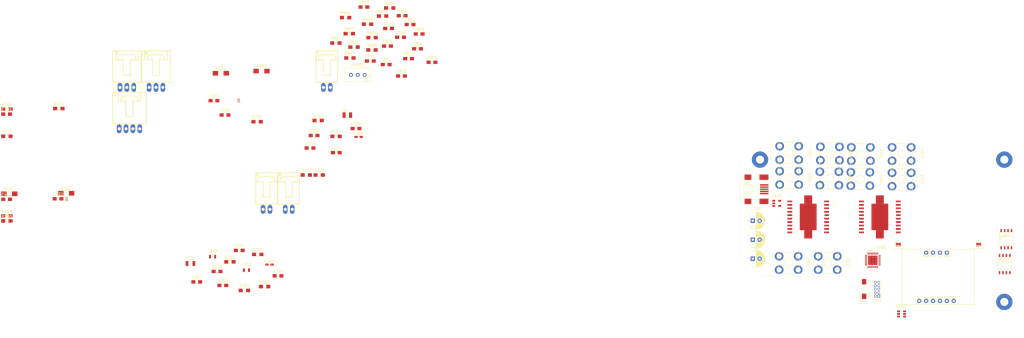
<source format=kicad_pcb>
(kicad_pcb (version 20171130) (host pcbnew "(5.0.0)")
  (layers (0 F.Cu signal) (31 B.Cu signal) (34 B.Paste user) (35 F.Paste user) (36 B.SilkS user) (37 F.SilkS user) (38 B.Mask user) (39 F.Mask user) (44 Edge.Cuts user))
  (net 0 "")
  (net 1 3V3_FILT)
  (net 2 GND)
  (net 3 +5V)
  (net 4 "Net-(C205-Pad1)")
  (net 5 "Net-(C206-Pad1)")
  (net 6 "Net-(C207-Pad1)")
  (net 7 "Net-(D201-Pad2)")
  (net 8 "Net-(D202-Pad1)")
  (net 9 +3V3)
  (net 10 ~RESET~)
  (net 11 "Net-(J201-Pad9)")
  (net 12 "Net-(J201-Pad8)")
  (net 13 "Net-(J201-Pad7)")
  (net 14 "Net-(J201-Pad6)")
  (net 15 SWCLK)
  (net 16 SWDIO)
  (net 17 "Net-(R203-Pad1)")
  (net 18 DirB2)
  (net 19 USB+)
  (net 20 USB-)
  (net 21 SCL)
  (net 22 SDA)
  (net 23 EnableB2)
  (net 24 LED)
  (net 25 DirA2)
  (net 26 EnableA2)
  (net 27 DirA1)
  (net 28 T_DATA)
  (net 29 EnableA1)
  (net 30 EnableB1)
  (net 31 V_PH)
  (net 32 V_METAL)
  (net 33 "Net-(U201-Pad4)")
  (net 34 DirB1)
  (net 35 +12V)
  (net 36 "Net-(C701-Pad1)")
  (net 37 -5V)
  (net 38 "Net-(C802-Pad1)")
  (net 39 "Net-(C806-Pad2)")
  (net 40 "Net-(C806-Pad1)")
  (net 41 "Net-(C808-Pad2)")
  (net 42 "Net-(C808-Pad1)")
  (net 43 "Net-(D101-Pad2)")
  (net 44 "Net-(D801-Pad2)")
  (net 45 "Net-(F101-Pad2)")
  (net 46 "Net-(J103-Pad4)")
  (net 47 "Net-(J301-Pad2)")
  (net 48 "Net-(J302-Pad2)")
  (net 49 "Net-(J401-Pad1)")
  (net 50 "Net-(J402-Pad1)")
  (net 51 "Net-(J403-Pad1)")
  (net 52 "Net-(J404-Pad1)")
  (net 53 "Net-(J501-Pad1)")
  (net 54 "Net-(J502-Pad1)")
  (net 55 "Net-(J503-Pad1)")
  (net 56 "Net-(J504-Pad1)")
  (net 57 "Net-(J801-Pad2)")
  (net 58 "Net-(R401-Pad1)")
  (net 59 "Net-(R402-Pad2)")
  (net 60 "Net-(R501-Pad1)")
  (net 61 "Net-(R502-Pad2)")
  (net 62 "Net-(R802-Pad1)")
  (net 63 "Net-(R803-Pad2)")
  (net 64 "Net-(R804-Pad1)")
  (net 65 "Net-(R806-Pad1)")
  (net 66 /Actuators/DCMotor1-2/Input2)
  (net 67 /Actuators/DCMotor1-2/Input4)
  (net 68 "Net-(U402-Pad3)")
  (net 69 "Net-(U402-Pad18)")
  (net 70 /Actuators/DCMotor3-4/Input4)
  (net 71 /Actuators/DCMotor3-4/Input2)
  (net 72 "Net-(U502-Pad18)")
  (net 73 "Net-(U502-Pad3)")
  (net 74 "Net-(U701-Pad2)")
  (net 75 "Net-(U701-Pad7)")
  (net 76 "Net-(U701-Pad8)")
  (net 77 "Net-(U701-Pad9)")
  (net 78 "Net-(U701-Pad10)")
  (net 79 "Net-(U801-Pad1)")
  (net 80 "Net-(U801-Pad5)")
  (net 81 "Net-(U801-Pad8)")
  (net 82 "Net-(U803-Pad8)")
  (net 83 "Net-(U803-Pad5)")
  (net 84 "Net-(U803-Pad1)")
  (net 85 "Net-(U101-Pad4)")
  (net 86 "Net-(U201-Pad8)")
  (net 87 "Net-(U201-Pad7)")
  (net 88 "Net-(U201-Pad3)")
  (net 89 "Net-(U201-Pad25)")
  (module EER:TRANS_DMN2020UFCL-7 (layer F.Cu) (at 158.4 71.4)
    (fp_text reference Q301 (at -0.030826 -1.30567) (layer F.SilkS) (effects (font (size 0.48032 0.48032) (thickness 0.05))))
    (fp_text value Q_NMOS_DGS (at 0.274147 1.44595) (layer F.SilkS) (effects (font (size 0.480251 0.480251) (thickness 0.05))))
    (pad 1 smd rect (at 0 -0.21) (size 1.425 0.72) (layers F.Cu F.Paste F.Mask) (net 47 "Net-(J301-Pad2)"))
    (pad 3 smd rect (at 0 0.5) (size 0.62 0.2) (layers F.Cu F.Paste F.Mask) (net 2 GND))
    (pad 3 smd rect (at 0.7125 0.5) (size 0.4 0.3) (layers F.Cu F.Paste F.Mask) (net 2 GND))
    (pad 1 smd rect (at 0.7125 0) (size 0.475 0.3) (layers F.Cu F.Paste F.Mask) (net 47 "Net-(J301-Pad2)"))
    (pad 1 smd rect (at 0.7125 -0.5) (size 0.475 0.3) (layers F.Cu F.Paste F.Mask) (net 47 "Net-(J301-Pad2)"))
    (pad 2 smd rect (at -0.7125 0.5) (size 0.4 0.3) (layers F.Cu F.Paste F.Mask) (net 24 LED))
    (pad 1 smd rect (at -0.7125 0) (size 0.475 0.3) (layers F.Cu F.Paste F.Mask) (net 47 "Net-(J301-Pad2)"))
    (pad 1 smd rect (at -0.7125 -0.5) (size 0.475 0.3) (layers F.Cu F.Paste F.Mask) (net 47 "Net-(J301-Pad2)"))
  )
  (module EER:TRANS_DMN2020UFCL-7 (layer F.Cu) (at 188 71.41)
    (fp_text reference Q302 (at -0.030826 -1.30567) (layer F.SilkS) (effects (font (size 0.48032 0.48032) (thickness 0.05))))
    (fp_text value Q_NMOS_DGS (at 0.274147 1.44595) (layer F.SilkS) (effects (font (size 0.480251 0.480251) (thickness 0.05))))
    (pad 1 smd rect (at 0 -0.21) (size 1.425 0.72) (layers F.Cu F.Paste F.Mask) (net 48 "Net-(J302-Pad2)"))
    (pad 3 smd rect (at 0 0.5) (size 0.62 0.2) (layers F.Cu F.Paste F.Mask) (net 2 GND))
    (pad 3 smd rect (at 0.7125 0.5) (size 0.4 0.3) (layers F.Cu F.Paste F.Mask) (net 2 GND))
    (pad 1 smd rect (at 0.7125 0) (size 0.475 0.3) (layers F.Cu F.Paste F.Mask) (net 48 "Net-(J302-Pad2)"))
    (pad 1 smd rect (at 0.7125 -0.5) (size 0.475 0.3) (layers F.Cu F.Paste F.Mask) (net 48 "Net-(J302-Pad2)"))
    (pad 2 smd rect (at -0.7125 0.5) (size 0.4 0.3) (layers F.Cu F.Paste F.Mask) (net 24 LED))
    (pad 1 smd rect (at -0.7125 0) (size 0.475 0.3) (layers F.Cu F.Paste F.Mask) (net 48 "Net-(J302-Pad2)"))
    (pad 1 smd rect (at -0.7125 -0.5) (size 0.475 0.3) (layers F.Cu F.Paste F.Mask) (net 48 "Net-(J302-Pad2)"))
  )
  (module EER:PSON50P140X100X40-6N (layer F.Cu) (at -84.6 18.2)
    (fp_text reference U501 (at -0.18784 -1.2073) (layer F.SilkS) (effects (font (size 0.321091 0.321091) (thickness 0.05))))
    (fp_text value 74LVC2G14 (at 0.01607 1.20202) (layer F.SilkS) (effects (font (size 0.321392 0.321392) (thickness 0.05))))
    (pad 1 smd rect (at -0.275 -0.5 270) (size 0.3 0.3) (layers F.Cu F.Paste F.Mask) (net 25 DirA2))
    (pad 2 smd rect (at -0.275 0 270) (size 0.3 0.3) (layers F.Cu F.Paste F.Mask) (net 2 GND))
    (pad 3 smd rect (at -0.275 0.5 270) (size 0.3 0.3) (layers F.Cu F.Paste F.Mask) (net 18 DirB2))
    (pad 4 smd rect (at 0.275 0.5 90) (size 0.3 0.3) (layers F.Cu F.Paste F.Mask) (net 70 /Actuators/DCMotor3-4/Input4))
    (pad 5 smd rect (at 0.275 0 90) (size 0.3 0.3) (layers F.Cu F.Paste F.Mask) (net 3 +5V))
    (pad 6 smd rect (at 0.275 -0.5 90) (size 0.3 0.3) (layers F.Cu F.Paste F.Mask) (net 71 /Actuators/DCMotor3-4/Input2))
  )
  (module EER:PSON50P140X100X40-6N (layer F.Cu) (at -148 54.65)
    (fp_text reference U401 (at -0.18784 -1.2073) (layer F.SilkS) (effects (font (size 0.321091 0.321091) (thickness 0.05))))
    (fp_text value 74LVC2G14 (at 0.01607 1.20202) (layer F.SilkS) (effects (font (size 0.321392 0.321392) (thickness 0.05))))
    (pad 1 smd rect (at -0.275 -0.5 270) (size 0.3 0.3) (layers F.Cu F.Paste F.Mask) (net 27 DirA1))
    (pad 2 smd rect (at -0.275 0 270) (size 0.3 0.3) (layers F.Cu F.Paste F.Mask) (net 2 GND))
    (pad 3 smd rect (at -0.275 0.5 270) (size 0.3 0.3) (layers F.Cu F.Paste F.Mask) (net 34 DirB1))
    (pad 4 smd rect (at 0.275 0.5 90) (size 0.3 0.3) (layers F.Cu F.Paste F.Mask) (net 67 /Actuators/DCMotor1-2/Input4))
    (pad 5 smd rect (at 0.275 0 90) (size 0.3 0.3) (layers F.Cu F.Paste F.Mask) (net 3 +5V))
    (pad 6 smd rect (at 0.275 -0.5 90) (size 0.3 0.3) (layers F.Cu F.Paste F.Mask) (net 66 /Actuators/DCMotor1-2/Input2))
  )
  (module Potentiometers:Potentiometer_Trimmer_Bourns_3296W (layer F.Cu) (at -38.2 8.8)
    (fp_text reference RV801 (at -2.54 -3.66) (layer F.SilkS))
    (fp_text value 5k)
    (pad 1 thru_hole circle (at 0 0) (size 1.44 1.44) (drill 0.8) (layers *.Cu *.Mask) (net 62 "Net-(R802-Pad1)"))
    (pad 2 thru_hole circle (at -2.54 0) (size 1.44 1.44) (drill 0.8) (layers *.Cu *.Mask) (net 39 "Net-(C806-Pad2)"))
    (pad 3 thru_hole circle (at -5.08 0) (size 1.44 1.44) (drill 0.8) (layers *.Cu *.Mask) (net 63 "Net-(R803-Pad2)"))
  )
  (module EER:POWER-SO20 (layer F.Cu) (at 125.2 61.2 270)
    (fp_text reference U502 (at -5.08085 -9.27257 270) (layer F.SilkS) (effects (font (size 1.00017 1.00017) (thickness 0.05))))
    (fp_text value LN298P (at -4.44641 9.27394 270) (layer F.SilkS) (effects (font (size 1.00031 1.00031) (thickness 0.05))))
    (pad 10 smd rect (at 6.4262 0 90) (size 3.048 2.921) (layers F.Cu F.Paste F.Mask) (net 2 GND))
    (pad 10 smd rect (at -6.4262 0 90) (size 3.048 2.921) (layers F.Cu F.Paste F.Mask) (net 2 GND))
    (pad 10 smd rect (at 0 0 270) (size 9.8044 6.1976) (layers F.Cu F.Paste F.Mask) (net 2 GND))
    (pad 20 smd rect (at -5.715 -6.7818) (size 1.778 0.635) (layers F.Cu F.Paste F.Mask) (net 2 GND))
    (pad 19 smd rect (at -4.445 -6.7818) (size 1.778 0.635) (layers F.Cu F.Paste F.Mask) (net 61 "Net-(R502-Pad2)"))
    (pad 18 smd rect (at -3.175 -6.7818) (size 1.778 0.635) (layers F.Cu F.Paste F.Mask) (net 72 "Net-(U502-Pad18)"))
    (pad 17 smd rect (at -1.905 -6.7818) (size 1.778 0.635) (layers F.Cu F.Paste F.Mask) (net 55 "Net-(J503-Pad1)"))
    (pad 16 smd rect (at -0.635 -6.8326) (size 1.651 0.635) (layers F.Cu F.Paste F.Mask) (net 56 "Net-(J504-Pad1)"))
    (pad 15 smd rect (at 0.635 -6.7818) (size 1.778 0.635) (layers F.Cu F.Paste F.Mask) (net 70 /Actuators/DCMotor3-4/Input4))
    (pad 14 smd rect (at 1.905 -6.7818) (size 1.778 0.635) (layers F.Cu F.Paste F.Mask) (net 23 EnableB2))
    (pad 13 smd rect (at 3.175 -6.7818) (size 1.778 0.635) (layers F.Cu F.Paste F.Mask) (net 18 DirB2))
    (pad 12 smd rect (at 4.445 -6.7818) (size 1.778 0.635) (layers F.Cu F.Paste F.Mask) (net 3 +5V))
    (pad 11 smd rect (at 5.715 -6.7818) (size 1.778 0.635) (layers F.Cu F.Paste F.Mask) (net 2 GND))
    (pad 10 smd rect (at 5.715 6.7818) (size 1.778 0.635) (layers F.Cu F.Paste F.Mask) (net 2 GND))
    (pad 9 smd rect (at 4.445 6.7818) (size 1.778 0.635) (layers F.Cu F.Paste F.Mask) (net 71 /Actuators/DCMotor3-4/Input2))
    (pad 8 smd rect (at 3.175 6.7818) (size 1.778 0.635) (layers F.Cu F.Paste F.Mask) (net 26 EnableA2))
    (pad 7 smd rect (at 1.905 6.7818) (size 1.778 0.635) (layers F.Cu F.Paste F.Mask) (net 25 DirA2))
    (pad 6 smd rect (at 0.635 6.7818) (size 1.778 0.635) (layers F.Cu F.Paste F.Mask) (net 35 +12V))
    (pad 5 smd rect (at -0.635 6.7818) (size 1.778 0.635) (layers F.Cu F.Paste F.Mask) (net 54 "Net-(J502-Pad1)"))
    (pad 4 smd rect (at -1.905 6.7818) (size 1.778 0.635) (layers F.Cu F.Paste F.Mask) (net 53 "Net-(J501-Pad1)"))
    (pad 3 smd rect (at -3.175 6.7818) (size 1.778 0.635) (layers F.Cu F.Paste F.Mask) (net 73 "Net-(U502-Pad3)"))
    (pad 2 smd rect (at -4.445 6.7818) (size 1.778 0.635) (layers F.Cu F.Paste F.Mask) (net 60 "Net-(R501-Pad1)"))
    (pad 1 smd rect (at -5.715 6.7818) (size 1.778 0.635) (layers F.Cu F.Paste F.Mask) (net 2 GND))
  )
  (module Pin_Headers:Pin_Header_Straight_2x05_Pitch1.27mm (layer F.Cu) (at 151.2 90.4 180)
    (fp_text reference J201 (at 0.635 -1.695 180) (layer F.SilkS))
    (fp_text value Conn_02x05_Odd_Even)
    (pad 10 thru_hole oval (at 1.27 5.08 180) (size 1 1) (drill 0.65) (layers *.Cu *.Mask) (net 10 ~RESET~))
    (pad 9 thru_hole oval (at 0 5.08 180) (size 1 1) (drill 0.65) (layers *.Cu *.Mask) (net 11 "Net-(J201-Pad9)"))
    (pad 8 thru_hole oval (at 1.27 3.81 180) (size 1 1) (drill 0.65) (layers *.Cu *.Mask) (net 12 "Net-(J201-Pad8)"))
    (pad 7 thru_hole oval (at 0 3.81 180) (size 1 1) (drill 0.65) (layers *.Cu *.Mask) (net 13 "Net-(J201-Pad7)"))
    (pad 6 thru_hole oval (at 1.27 2.54 180) (size 1 1) (drill 0.65) (layers *.Cu *.Mask) (net 14 "Net-(J201-Pad6)"))
    (pad 5 thru_hole oval (at 0 2.54 180) (size 1 1) (drill 0.65) (layers *.Cu *.Mask) (net 2 GND))
    (pad 4 thru_hole oval (at 1.27 1.27 180) (size 1 1) (drill 0.65) (layers *.Cu *.Mask) (net 15 SWCLK))
    (pad 3 thru_hole oval (at 0 1.27 180) (size 1 1) (drill 0.65) (layers *.Cu *.Mask) (net 2 GND))
    (pad 2 thru_hole oval (at 1.27 0 180) (size 1 1) (drill 0.65) (layers *.Cu *.Mask) (net 16 SWDIO))
    (pad 1 thru_hole rect (at 0 0 180) (size 1 1) (drill 0.65) (layers *.Cu *.Mask) (net 9 +3V3))
  )
  (module Inductors_SMD:L_0805 (layer F.Cu) (at -81.76 80.84)
    (fp_text reference L201 (at 0 -2.1) (layer F.SilkS))
    (fp_text value Ferrite_Bead)
    (pad 2 smd rect (at 0.95 0) (size 0.7 1.3) (layers F.Cu F.Paste F.Mask) (net 9 +3V3))
    (pad 1 smd rect (at -0.95 0) (size 0.7 1.3) (layers F.Cu F.Paste F.Mask) (net 1 3V3_FILT))
  )
  (module Inductors_SMD:L_0805 (layer F.Cu) (at -94.23 75.85)
    (fp_text reference L202 (at 0 -2.1) (layer F.SilkS))
    (fp_text value Ferrite_Bead)
    (pad 1 smd rect (at -0.95 0) (size 0.7 1.3) (layers F.Cu F.Paste F.Mask) (net 3 +5V))
    (pad 2 smd rect (at 0.95 0) (size 0.7 1.3) (layers F.Cu F.Paste F.Mask) (net 3 +5V))
  )
  (module EER:SW_SPST_EVQPE1 (layer F.Cu) (at 145.8 87.8 90)
    (fp_text reference SW201 (at -4.1 -1.3 90) (layer F.SilkS) (effects (font (size 0.5 0.5) (thickness 0.125))))
    (fp_text value SW_Push)
    (pad 1 smd rect (at -2.7 0 90) (size 2 1.6) (layers F.Cu F.Paste F.Mask) (net 2 GND))
    (pad 2 smd rect (at 2.7 0 90) (size 2 1.6) (layers F.Cu F.Paste F.Mask) (net 10 ~RESET~))
  )
  (module EER:QFN-32-1EP_5x5mm (layer F.Cu) (at 149.52 77.650001)
    (fp_text reference U201 (at -2 -3.8) (layer F.SilkS) (effects (font (size 0.5 0.5) (thickness 0.125))))
    (fp_text value ATSAMD21E18A-MFTCT-ND)
    (pad 32 smd rect (at -2.27 -2.925 270) (size 0.85 0.28) (layers F.Cu F.Paste F.Mask) (net 16 SWDIO))
    (pad 31 smd rect (at -1.77 -2.925 270) (size 0.85 0.28) (layers F.Cu F.Paste F.Mask) (net 15 SWCLK))
    (pad 30 smd rect (at -1.27 -2.925 270) (size 0.85 0.28) (layers F.Cu F.Paste F.Mask) (net 9 +3V3))
    (pad 29 smd rect (at -0.77 -2.925 270) (size 0.85 0.28) (layers F.Cu F.Paste F.Mask) (net 6 "Net-(C207-Pad1)"))
    (pad 28 smd rect (at -0.27 -2.925 270) (size 0.85 0.28) (layers F.Cu F.Paste F.Mask) (net 2 GND))
    (pad 27 smd rect (at 0.23 -2.925 270) (size 0.85 0.28) (layers F.Cu F.Paste F.Mask) (net 18 DirB2))
    (pad 26 smd rect (at 0.73 -2.925 270) (size 0.85 0.28) (layers F.Cu F.Paste F.Mask) (net 10 ~RESET~))
    (pad 24 smd rect (at 1.955 -2.2 270) (size 0.28 0.85) (layers F.Cu F.Paste F.Mask) (net 19 USB+))
    (pad 23 smd rect (at 1.955 -1.7 270) (size 0.28 0.85) (layers F.Cu F.Paste F.Mask) (net 20 USB-))
    (pad 22 smd rect (at 1.955 -1.2 270) (size 0.28 0.85) (layers F.Cu F.Paste F.Mask) (net 21 SCL))
    (pad 21 smd rect (at 1.955 -0.7 270) (size 0.28 0.85) (layers F.Cu F.Paste F.Mask) (net 22 SDA))
    (pad 20 smd rect (at 1.955 -0.2 270) (size 0.28 0.85) (layers F.Cu F.Paste F.Mask) (net 23 EnableB2))
    (pad 19 smd rect (at 1.955 0.3 270) (size 0.28 0.85) (layers F.Cu F.Paste F.Mask) (net 24 LED))
    (pad 18 smd rect (at 1.955 0.8 270) (size 0.28 0.85) (layers F.Cu F.Paste F.Mask) (net 25 DirA2))
    (pad 16 smd rect (at 1.23 2.025 270) (size 0.85 0.28) (layers F.Cu F.Paste F.Mask) (net 26 EnableA2))
    (pad 15 smd rect (at 0.73 2.025 270) (size 0.85 0.28) (layers F.Cu F.Paste F.Mask) (net 27 DirA1))
    (pad 14 smd rect (at 0.23 2.025 270) (size 0.85 0.28) (layers F.Cu F.Paste F.Mask) (net 17 "Net-(R203-Pad1)"))
    (pad 13 smd rect (at -0.27 2.025 270) (size 0.85 0.28) (layers F.Cu F.Paste F.Mask) (net 28 T_DATA))
    (pad 12 smd rect (at -0.77 2.025 270) (size 0.85 0.28) (layers F.Cu F.Paste F.Mask) (net 29 EnableA1))
    (pad 11 smd rect (at -1.27 2.025 270) (size 0.85 0.28) (layers F.Cu F.Paste F.Mask) (net 30 EnableB1))
    (pad 10 smd rect (at -1.77 2.025 270) (size 0.85 0.28) (layers F.Cu F.Paste F.Mask) (net 2 GND))
    (pad 8 smd rect (at -2.995 1.3 270) (size 0.28 0.85) (layers F.Cu F.Paste F.Mask) (net 86 "Net-(U201-Pad8)"))
    (pad 7 smd rect (at -2.995 0.8 270) (size 0.28 0.85) (layers F.Cu F.Paste F.Mask) (net 87 "Net-(U201-Pad7)"))
    (pad 6 smd rect (at -2.995 0.3 270) (size 0.28 0.85) (layers F.Cu F.Paste F.Mask) (net 31 V_PH))
    (pad 5 smd rect (at -2.995 -0.2 270) (size 0.28 0.85) (layers F.Cu F.Paste F.Mask) (net 32 V_METAL))
    (pad 4 smd rect (at -2.995 -0.7 270) (size 0.28 0.85) (layers F.Cu F.Paste F.Mask) (net 33 "Net-(U201-Pad4)"))
    (pad 3 smd rect (at -2.995 -1.2 270) (size 0.28 0.85) (layers F.Cu F.Paste F.Mask) (net 88 "Net-(U201-Pad3)"))
    (pad 2 smd rect (at -2.995 -1.7 270) (size 0.28 0.85) (layers F.Cu F.Paste F.Mask) (net 5 "Net-(C206-Pad1)"))
    (pad 1 smd rect (at -2.995 -2.2 270) (size 0.28 0.85) (layers F.Cu F.Paste F.Mask) (net 4 "Net-(C205-Pad1)"))
    (pad 33 thru_hole circle (at -1.52 0.55 270) (size 0.2 0.2) (drill 0.2) (layers *.Cu *.Mask))
    (pad 33 thru_hole circle (at -1.52 -0.45 270) (size 0.2 0.2) (drill 0.2) (layers *.Cu *.Mask))
    (pad 33 thru_hole circle (at -1.52 -1.45 270) (size 0.2 0.2) (drill 0.2) (layers *.Cu *.Mask))
    (pad 33 thru_hole circle (at -0.52 0.55 270) (size 0.2 0.2) (drill 0.2) (layers *.Cu *.Mask))
    (pad 33 thru_hole circle (at -0.52 -0.450001 270) (size 0.2 0.2) (drill 0.2) (layers *.Cu *.Mask))
    (pad 33 thru_hole circle (at -0.52 -1.45 270) (size 0.2 0.2) (drill 0.2) (layers *.Cu *.Mask))
    (pad 33 thru_hole circle (at 0.48 0.55 270) (size 0.2 0.2) (drill 0.2) (layers *.Cu *.Mask))
    (pad 33 thru_hole circle (at 0.48 -0.45 270) (size 0.2 0.2) (drill 0.2) (layers *.Cu *.Mask))
    (pad 33 thru_hole circle (at 0.48 -1.45 270) (size 0.2 0.2) (drill 0.2) (layers *.Cu *.Mask))
    (pad 33 smd rect (at -0.52 -0.450001 270) (size 3.45 3.45) (layers F.Cu F.Paste F.Mask))
    (pad 9 smd rect (at -2.27 2.025 270) (size 0.85 0.28) (layers F.Cu F.Paste F.Mask) (net 1 3V3_FILT))
    (pad 17 smd rect (at 1.955 1.3 270) (size 0.28 0.85) (layers F.Cu F.Paste F.Mask) (net 34 DirB1))
    (pad 25 smd rect (at 1.23 -2.925 270) (size 0.85 0.28) (layers F.Cu F.Paste F.Mask) (net 89 "Net-(U201-Pad25)"))
  )
  (module EER:Crystal_SMD_3215-2pin_3.2x1.5mm (layer F.Cu) (at -102.4 78.4)
    (fp_text reference Y201 (at 0 -2) (layer F.SilkS))
    (fp_text value 32.7680kHz)
    (pad 1 smd rect (at 1.25 0) (size 1 1.8) (layers F.Cu F.Paste F.Mask) (net 4 "Net-(C205-Pad1)"))
    (pad 2 smd rect (at -1.25 0) (size 1 1.8) (layers F.Cu F.Paste F.Mask) (net 5 "Net-(C206-Pad1)"))
  )
  (module Capacitors_THT:CP_Radial_D6.3mm_P2.50mm (layer F.Cu) (at 104.8 76.6)
    (fp_text reference C101 (at 1.25 -4.46) (layer F.SilkS))
    (fp_text value 220uF)
    (pad 2 thru_hole circle (at 2.5 0) (size 1.6 1.6) (drill 0.8) (layers *.Cu *.Mask) (net 2 GND))
    (pad 1 thru_hole rect (at 0 0) (size 1.6 1.6) (drill 0.8) (layers *.Cu *.Mask) (net 35 +12V))
  )
  (module Capacitors_THT:CP_Radial_D6.3mm_P2.50mm (layer F.Cu) (at 104.8 62.6)
    (fp_text reference C102 (at 1.25 -4.46) (layer F.SilkS))
    (fp_text value 220uF)
    (pad 1 thru_hole rect (at 0 0) (size 1.6 1.6) (drill 0.8) (layers *.Cu *.Mask) (net 35 +12V))
    (pad 2 thru_hole circle (at 2.5 0) (size 1.6 1.6) (drill 0.8) (layers *.Cu *.Mask) (net 2 GND))
  )
  (module Capacitors_SMD:C_0805_HandSoldering (layer F.Cu) (at -56.84 31.15)
    (fp_text reference C103 (at 0 -1.75) (layer F.SilkS))
    (fp_text value 1uF)
    (pad 1 smd rect (at -1.25 0) (size 1.5 1.25) (layers F.Cu F.Paste F.Mask) (net 3 +5V))
    (pad 2 smd rect (at 1.25 0) (size 1.5 1.25) (layers F.Cu F.Paste F.Mask) (net 2 GND))
  )
  (module Capacitors_THT:CP_Radial_D6.3mm_P2.50mm (layer F.Cu) (at 104.8 69.6)
    (fp_text reference C104 (at 1.25 -4.46) (layer F.SilkS))
    (fp_text value 220uF)
    (pad 2 thru_hole circle (at 2.5 0) (size 1.6 1.6) (drill 0.8) (layers *.Cu *.Mask) (net 2 GND))
    (pad 1 thru_hole rect (at 0 0) (size 1.6 1.6) (drill 0.8) (layers *.Cu *.Mask) (net 35 +12V))
  )
  (module Capacitors_SMD:C_0805_HandSoldering (layer F.Cu) (at -58.34 35.78)
    (fp_text reference C105 (at 0 -1.75) (layer F.SilkS))
    (fp_text value 10uF)
    (pad 2 smd rect (at 1.25 0) (size 1.5 1.25) (layers F.Cu F.Paste F.Mask) (net 2 GND))
    (pad 1 smd rect (at -1.25 0) (size 1.5 1.25) (layers F.Cu F.Paste F.Mask) (net 9 +3V3))
  )
  (module Capacitors_SMD:C_0805_HandSoldering (layer F.Cu) (at -41.38 28.58)
    (fp_text reference C106 (at 0 -1.75) (layer F.SilkS))
    (fp_text value 1uF)
    (pad 1 smd rect (at -1.25 0) (size 1.5 1.25) (layers F.Cu F.Paste F.Mask) (net 9 +3V3))
    (pad 2 smd rect (at 1.25 0) (size 1.5 1.25) (layers F.Cu F.Paste F.Mask) (net 2 GND))
  )
  (module Capacitors_SMD:C_0805_HandSoldering (layer F.Cu) (at -48.66 37.48)
    (fp_text reference C107 (at 0 -1.75) (layer F.SilkS))
    (fp_text value 0.1uF)
    (pad 1 smd rect (at -1.25 0) (size 1.5 1.25) (layers F.Cu F.Paste F.Mask) (net 9 +3V3))
    (pad 2 smd rect (at 1.25 0) (size 1.5 1.25) (layers F.Cu F.Paste F.Mask) (net 2 GND))
  )
  (module Capacitors_SMD:C_0805_HandSoldering (layer F.Cu) (at -151.174999 54.500001)
    (fp_text reference C401 (at 0 -1.75) (layer F.SilkS))
    (fp_text value 100nF)
    (pad 1 smd rect (at -1.25 0) (size 1.5 1.25) (layers F.Cu F.Paste F.Mask) (net 35 +12V))
    (pad 2 smd rect (at 1.25 0) (size 1.5 1.25) (layers F.Cu F.Paste F.Mask) (net 2 GND))
  )
  (module Capacitors_SMD:C_0805_HandSoldering (layer F.Cu) (at -170.124999 54.700001)
    (fp_text reference C402 (at 0 -1.75) (layer F.SilkS))
    (fp_text value 100nF)
    (pad 2 smd rect (at 1.25 0) (size 1.5 1.25) (layers F.Cu F.Paste F.Mask) (net 2 GND))
    (pad 1 smd rect (at -1.25 0) (size 1.5 1.25) (layers F.Cu F.Paste F.Mask) (net 3 +5V))
  )
  (module Capacitors_SMD:C_0805_HandSoldering (layer F.Cu) (at -93.724999 18.310001)
    (fp_text reference C501 (at 0 -1.75) (layer F.SilkS))
    (fp_text value 100nF)
    (pad 2 smd rect (at 1.25 0) (size 1.5 1.25) (layers F.Cu F.Paste F.Mask) (net 2 GND))
    (pad 1 smd rect (at -1.25 0) (size 1.5 1.25) (layers F.Cu F.Paste F.Mask) (net 35 +12V))
  )
  (module Capacitors_SMD:C_0805_HandSoldering (layer F.Cu) (at -89.65 23.6)
    (fp_text reference C502 (at 0 -1.75) (layer F.SilkS))
    (fp_text value 100nF)
    (pad 1 smd rect (at -1.25 0) (size 1.5 1.25) (layers F.Cu F.Paste F.Mask) (net 3 +5V))
    (pad 2 smd rect (at 1.25 0) (size 1.5 1.25) (layers F.Cu F.Paste F.Mask) (net 2 GND))
  )
  (module Capacitors_SMD:C_0805_HandSoldering (layer F.Cu) (at -170.124999 23.260001)
    (fp_text reference C701 (at 0 -1.75) (layer F.SilkS))
    (fp_text value 1uF)
    (pad 1 smd rect (at -1.25 0) (size 1.5 1.25) (layers F.Cu F.Paste F.Mask) (net 36 "Net-(C701-Pad1)"))
    (pad 2 smd rect (at 1.25 0) (size 1.5 1.25) (layers F.Cu F.Paste F.Mask) (net 2 GND))
  )
  (module Capacitors_SMD:C_0805_HandSoldering (layer F.Cu) (at -29.81 -1.84)
    (fp_text reference C801 (at 0 -1.75) (layer F.SilkS))
    (fp_text value 10uF)
    (pad 2 smd rect (at 1.25 0) (size 1.5 1.25) (layers F.Cu F.Paste F.Mask) (net 2 GND))
    (pad 1 smd rect (at -1.25 0) (size 1.5 1.25) (layers F.Cu F.Paste F.Mask) (net 37 -5V))
  )
  (module Capacitors_SMD:C_0805_HandSoldering (layer F.Cu) (at -13.4 4.15)
    (fp_text reference C802 (at 0 -1.75) (layer F.SilkS))
    (fp_text value 2.2nF)
    (pad 1 smd rect (at -1.25 0) (size 1.5 1.25) (layers F.Cu F.Paste F.Mask) (net 38 "Net-(C802-Pad1)"))
    (pad 2 smd rect (at 1.25 0) (size 1.5 1.25) (layers F.Cu F.Paste F.Mask) (net 2 GND))
  )
  (module Capacitors_SMD:C_0805_HandSoldering (layer F.Cu) (at -24.64 9.2)
    (fp_text reference C803 (at 0 -1.75) (layer F.SilkS))
    (fp_text value 100nF)
    (pad 1 smd rect (at -1.25 0) (size 1.5 1.25) (layers F.Cu F.Paste F.Mask) (net 37 -5V))
    (pad 2 smd rect (at 1.25 0) (size 1.5 1.25) (layers F.Cu F.Paste F.Mask) (net 2 GND))
  )
  (module Capacitors_SMD:C_0805_HandSoldering (layer F.Cu) (at -30.28 4.99)
    (fp_text reference C804 (at 0 -1.75) (layer F.SilkS))
    (fp_text value 100nF)
    (pad 2 smd rect (at 1.25 0) (size 1.5 1.25) (layers F.Cu F.Paste F.Mask) (net 3 +5V))
    (pad 1 smd rect (at -1.25 0) (size 1.5 1.25) (layers F.Cu F.Paste F.Mask) (net 2 GND))
  )
  (module Capacitors_SMD:C_0805_HandSoldering (layer F.Cu) (at -18.74 -0.84)
    (fp_text reference C805 (at 0 -1.75) (layer F.SilkS))
    (fp_text value 10uF)
    (pad 1 smd rect (at -1.25 0) (size 1.5 1.25) (layers F.Cu F.Paste F.Mask) (net 2 GND))
    (pad 2 smd rect (at 1.25 0) (size 1.5 1.25) (layers F.Cu F.Paste F.Mask) (net 3 +5V))
  )
  (module Capacitors_SMD:C_0805_HandSoldering (layer F.Cu) (at -24.39 -13.04)
    (fp_text reference C806 (at 0 -1.75) (layer F.SilkS))
    (fp_text value 1uF)
    (pad 2 smd rect (at 1.25 0) (size 1.5 1.25) (layers F.Cu F.Paste F.Mask) (net 39 "Net-(C806-Pad2)"))
    (pad 1 smd rect (at -1.25 0) (size 1.5 1.25) (layers F.Cu F.Paste F.Mask) (net 40 "Net-(C806-Pad1)"))
  )
  (module Capacitors_SMD:C_0805_HandSoldering (layer F.Cu) (at -38.49 -16.24)
    (fp_text reference C807 (at 0 -1.75) (layer F.SilkS))
    (fp_text value 10uF)
    (pad 2 smd rect (at 1.25 0) (size 1.5 1.25) (layers F.Cu F.Paste F.Mask) (net 2 GND))
    (pad 1 smd rect (at -1.25 0) (size 1.5 1.25) (layers F.Cu F.Paste F.Mask) (net 3 +5V))
  )
  (module Capacitors_SMD:C_0805_HandSoldering (layer F.Cu) (at -24.99 -5.09)
    (fp_text reference C808 (at 0 -1.75) (layer F.SilkS))
    (fp_text value 2.2uF)
    (pad 2 smd rect (at 1.25 0) (size 1.5 1.25) (layers F.Cu F.Paste F.Mask) (net 41 "Net-(C808-Pad2)"))
    (pad 1 smd rect (at -1.25 0) (size 1.5 1.25) (layers F.Cu F.Paste F.Mask) (net 42 "Net-(C808-Pad1)"))
  )
  (module Capacitors_SMD:C_0805_HandSoldering (layer F.Cu) (at -18.14 -6.31)
    (fp_text reference C809 (at 0 -1.75) (layer F.SilkS))
    (fp_text value 100nF)
    (pad 2 smd rect (at 1.25 0) (size 1.5 1.25) (layers F.Cu F.Paste F.Mask) (net 2 GND))
    (pad 1 smd rect (at -1.25 0) (size 1.5 1.25) (layers F.Cu F.Paste F.Mask) (net 3 +5V))
  )
  (module Capacitors_SMD:C_0805_HandSoldering (layer F.Cu) (at -29.41 -8.35)
    (fp_text reference C810 (at 0 -1.75) (layer F.SilkS))
    (fp_text value 10uF)
    (pad 1 smd rect (at -1.25 0) (size 1.5 1.25) (layers F.Cu F.Paste F.Mask) (net 37 -5V))
    (pad 2 smd rect (at 1.25 0) (size 1.5 1.25) (layers F.Cu F.Paste F.Mask) (net 2 GND))
  )
  (module Capacitors_SMD:C_0805_HandSoldering (layer F.Cu) (at -36.11 3.67)
    (fp_text reference C811 (at 0 -1.75) (layer F.SilkS))
    (fp_text value 2.2uF)
    (pad 2 smd rect (at 1.25 0) (size 1.5 1.25) (layers F.Cu F.Paste F.Mask) (net 2 GND))
    (pad 1 smd rect (at -1.25 0) (size 1.5 1.25) (layers F.Cu F.Paste F.Mask) (net 3 +5V))
  )
  (module Capacitors_SMD:C_0805_HandSoldering (layer F.Cu) (at -21.48 -9.78)
    (fp_text reference C812 (at 0 -1.75) (layer F.SilkS))
    (fp_text value 2.2uF)
    (pad 1 smd rect (at -1.25 0) (size 1.5 1.25) (layers F.Cu F.Paste F.Mask) (net 37 -5V))
    (pad 2 smd rect (at 1.25 0) (size 1.5 1.25) (layers F.Cu F.Paste F.Mask) (net 2 GND))
  )
  (module Capacitors_SMD:C_0805_HandSoldering (layer F.Cu) (at -22 2.8)
    (fp_text reference C813 (at 0 -1.75) (layer F.SilkS))
    (fp_text value 100nF)
    (pad 2 smd rect (at 1.25 0) (size 1.5 1.25) (layers F.Cu F.Paste F.Mask) (net 2 GND))
    (pad 1 smd rect (at -1.25 0) (size 1.5 1.25) (layers F.Cu F.Paste F.Mask) (net 37 -5V))
  )
  (module LEDs:LED_0805_HandSoldering (layer F.Cu) (at -55.36 25.6)
    (fp_text reference D101 (at 0 -1.7) (layer F.SilkS))
    (fp_text value BLUE)
    (pad 1 smd rect (at -1.35 0) (size 1.5 1.3) (layers F.Cu F.Paste F.Mask) (net 2 GND))
    (pad 2 smd rect (at 1.35 0) (size 1.5 1.3) (layers F.Cu F.Paste F.Mask) (net 43 "Net-(D101-Pad2)"))
  )
  (module LEDs:LED_0805_HandSoldering (layer F.Cu) (at -43.87 -6.43)
    (fp_text reference D801 (at 0 -1.7) (layer F.SilkS))
    (fp_text value GREEN)
    (pad 2 smd rect (at 1.35 0) (size 1.5 1.3) (layers F.Cu F.Paste F.Mask) (net 44 "Net-(D801-Pad2)"))
    (pad 1 smd rect (at -1.35 0) (size 1.5 1.3) (layers F.Cu F.Paste F.Mask) (net 2 GND))
  )
  (module EER:Fuse_SMD1206_Reflow (layer F.Cu) (at -44.6 23.65)
    (fp_text reference F101 (at -1 -1.7) (layer F.SilkS) (effects (font (size 0.5 0.5) (thickness 0.125))))
    (fp_text value 500mA)
    (pad 1 smd rect (at -1.2 0 90) (size 2.03 1.14) (layers F.Cu F.Paste F.Mask) (net 3 +5V))
    (pad 2 smd rect (at 1.2 0 90) (size 2.03 1.14) (layers F.Cu F.Paste F.Mask) (net 45 "Net-(F101-Pad2)"))
  )
  (module EER:RingTerminal (layer F.Cu) (at 118 78.2 90)
    (fp_text reference J101 (at 0 7.62 90) (layer F.SilkS))
    (fp_text value "Screw Terminal")
    (pad 1 thru_hole circle (at 2.5 -3.505 90) (size 3.2 3.2) (drill 1.9) (layers *.Cu *.Mask) (net 35 +12V))
    (pad 1 thru_hole circle (at 2.5 3.505 90) (size 3.2 3.2) (drill 1.9) (layers *.Cu *.Mask) (net 35 +12V))
    (pad 1 thru_hole circle (at -2.5 3.505 90) (size 3.2 3.2) (drill 1.9) (layers *.Cu *.Mask) (net 35 +12V))
    (pad 1 thru_hole circle (at -2.5 -3.505 90) (size 3.2 3.2) (drill 1.9) (layers *.Cu *.Mask) (net 35 +12V))
  )
  (module EER:RingTerminal (layer F.Cu) (at 132.4 78.2 90)
    (fp_text reference J102 (at 0 7.62 90) (layer F.SilkS))
    (fp_text value "Screw Terminal")
    (pad 1 thru_hole circle (at -2.5 -3.505 90) (size 3.2 3.2) (drill 1.9) (layers *.Cu *.Mask) (net 2 GND))
    (pad 1 thru_hole circle (at -2.5 3.505 90) (size 3.2 3.2) (drill 1.9) (layers *.Cu *.Mask) (net 2 GND))
    (pad 1 thru_hole circle (at 2.5 3.505 90) (size 3.2 3.2) (drill 1.9) (layers *.Cu *.Mask) (net 2 GND))
    (pad 1 thru_hole circle (at 2.5 -3.505 90) (size 3.2 3.2) (drill 1.9) (layers *.Cu *.Mask) (net 2 GND))
  )
  (module EER:32005-201 (layer F.Cu) (at 106 51)
    (fp_text reference J103 hide)
    (fp_text value USB_B_Mini hide)
    (pad 6 smd rect (at -3 4.45) (size 2.5 2) (layers F.Cu F.Paste F.Mask) (net 2 GND))
    (pad 6 smd rect (at -3 -4.45) (size 2.5 2) (layers F.Cu F.Paste F.Mask) (net 2 GND))
    (pad 6 smd rect (at 2.9 4.45) (size 3.3 2) (layers F.Cu F.Paste F.Mask) (net 2 GND))
    (pad 6 smd rect (at 2.9 -4.45) (size 3.3 2) (layers F.Cu F.Paste F.Mask) (net 2 GND))
    (pad 1 smd rect (at 3 -1.6) (size 3.1 0.5) (layers F.Cu F.Paste F.Mask) (net 45 "Net-(F101-Pad2)"))
    (pad 2 smd rect (at 3 -0.8) (size 3.1 0.5) (layers F.Cu F.Paste F.Mask) (net 20 USB-))
    (pad 3 smd rect (at 3 0) (size 3.1 0.5) (layers F.Cu F.Paste F.Mask) (net 19 USB+))
    (pad 4 smd rect (at 3 0.8) (size 3.1 0.5) (layers F.Cu F.Paste F.Mask) (net 46 "Net-(J103-Pad4)"))
    (pad 5 smd rect (at 3 1.6) (size 3.1 0.5) (layers F.Cu F.Paste F.Mask) (net 2 GND))
    (pad "" np_thru_hole circle (at 0 -2.2) (size 0.9 0.9) (drill 0.9) (layers *.Cu))
    (pad "" np_thru_hole circle (at 0 2.2) (size 0.9 0.9) (drill 0.9) (layers *.Cu))
  )
  (module "Junction Box:70553-02" (layer F.Cu) (at -74.364199 50.790801)
    (fp_text reference J301 hide)
    (fp_text value Conn_01x02 hide)
    (pad 2 thru_hole oval (at 1.27 7.62 90) (size 3.2766 1.6383) (drill 1.0922) (layers *.Cu *.Mask) (net 47 "Net-(J301-Pad2)"))
    (pad 1 thru_hole oval (at -1.27 7.62 90) (size 3.2766 1.6383) (drill 1.0922) (layers *.Cu *.Mask) (net 35 +12V))
  )
  (module "Junction Box:70553-02" (layer F.Cu) (at -66.174199 50.790801)
    (fp_text reference J302 hide)
    (fp_text value Conn_01x02 hide)
    (pad 1 thru_hole oval (at -1.27 7.62 90) (size 3.2766 1.6383) (drill 1.0922) (layers *.Cu *.Mask) (net 35 +12V))
    (pad 2 thru_hole oval (at 1.27 7.62 90) (size 3.2766 1.6383) (drill 1.0922) (layers *.Cu *.Mask) (net 48 "Net-(J302-Pad2)"))
  )
  (module EER:RingTerminal (layer F.Cu) (at 144.4 47.2 90)
    (fp_text reference J401 (at 0 7.62 90) (layer F.SilkS))
    (fp_text value "Screw Terminal")
    (pad 1 thru_hole circle (at -2.5 -3.505 90) (size 3.2 3.2) (drill 1.9) (layers *.Cu *.Mask) (net 49 "Net-(J401-Pad1)"))
    (pad 1 thru_hole circle (at -2.5 3.505 90) (size 3.2 3.2) (drill 1.9) (layers *.Cu *.Mask) (net 49 "Net-(J401-Pad1)"))
    (pad 1 thru_hole circle (at 2.5 3.505 90) (size 3.2 3.2) (drill 1.9) (layers *.Cu *.Mask) (net 49 "Net-(J401-Pad1)"))
    (pad 1 thru_hole circle (at 2.5 -3.505 90) (size 3.2 3.2) (drill 1.9) (layers *.Cu *.Mask) (net 49 "Net-(J401-Pad1)"))
  )
  (module EER:RingTerminal (layer F.Cu) (at 144.6 38 90)
    (fp_text reference J402 (at 0 7.62 90) (layer F.SilkS))
    (fp_text value "Screw Terminal")
    (pad 1 thru_hole circle (at 2.5 -3.505 90) (size 3.2 3.2) (drill 1.9) (layers *.Cu *.Mask) (net 50 "Net-(J402-Pad1)"))
    (pad 1 thru_hole circle (at 2.5 3.505 90) (size 3.2 3.2) (drill 1.9) (layers *.Cu *.Mask) (net 50 "Net-(J402-Pad1)"))
    (pad 1 thru_hole circle (at -2.5 3.505 90) (size 3.2 3.2) (drill 1.9) (layers *.Cu *.Mask) (net 50 "Net-(J402-Pad1)"))
    (pad 1 thru_hole circle (at -2.5 -3.505 90) (size 3.2 3.2) (drill 1.9) (layers *.Cu *.Mask) (net 50 "Net-(J402-Pad1)"))
  )
  (module EER:RingTerminal (layer F.Cu) (at 159.6 47.4 90)
    (fp_text reference J403 (at 0 7.62 90) (layer F.SilkS))
    (fp_text value "Screw Terminal")
    (pad 1 thru_hole circle (at 2.5 -3.505 90) (size 3.2 3.2) (drill 1.9) (layers *.Cu *.Mask) (net 51 "Net-(J403-Pad1)"))
    (pad 1 thru_hole circle (at 2.5 3.505 90) (size 3.2 3.2) (drill 1.9) (layers *.Cu *.Mask) (net 51 "Net-(J403-Pad1)"))
    (pad 1 thru_hole circle (at -2.5 3.505 90) (size 3.2 3.2) (drill 1.9) (layers *.Cu *.Mask) (net 51 "Net-(J403-Pad1)"))
    (pad 1 thru_hole circle (at -2.5 -3.505 90) (size 3.2 3.2) (drill 1.9) (layers *.Cu *.Mask) (net 51 "Net-(J403-Pad1)"))
  )
  (module EER:RingTerminal (layer F.Cu) (at 159.6 38 90)
    (fp_text reference J404 (at 0 7.62 90) (layer F.SilkS))
    (fp_text value "Screw Terminal")
    (pad 1 thru_hole circle (at -2.5 -3.505 90) (size 3.2 3.2) (drill 1.9) (layers *.Cu *.Mask) (net 52 "Net-(J404-Pad1)"))
    (pad 1 thru_hole circle (at -2.5 3.505 90) (size 3.2 3.2) (drill 1.9) (layers *.Cu *.Mask) (net 52 "Net-(J404-Pad1)"))
    (pad 1 thru_hole circle (at 2.5 3.505 90) (size 3.2 3.2) (drill 1.9) (layers *.Cu *.Mask) (net 52 "Net-(J404-Pad1)"))
    (pad 1 thru_hole circle (at 2.5 -3.505 90) (size 3.2 3.2) (drill 1.9) (layers *.Cu *.Mask) (net 52 "Net-(J404-Pad1)"))
  )
  (module EER:RingTerminal (layer F.Cu) (at 118.2 37.6 90)
    (fp_text reference J501 (at 0 7.62 90) (layer F.SilkS))
    (fp_text value "Screw Terminal")
    (pad 1 thru_hole circle (at 2.5 -3.505 90) (size 3.2 3.2) (drill 1.9) (layers *.Cu *.Mask) (net 53 "Net-(J501-Pad1)"))
    (pad 1 thru_hole circle (at 2.5 3.505 90) (size 3.2 3.2) (drill 1.9) (layers *.Cu *.Mask) (net 53 "Net-(J501-Pad1)"))
    (pad 1 thru_hole circle (at -2.5 3.505 90) (size 3.2 3.2) (drill 1.9) (layers *.Cu *.Mask) (net 53 "Net-(J501-Pad1)"))
    (pad 1 thru_hole circle (at -2.5 -3.505 90) (size 3.2 3.2) (drill 1.9) (layers *.Cu *.Mask) (net 53 "Net-(J501-Pad1)"))
  )
  (module EER:RingTerminal (layer F.Cu) (at 133.2 37.8 90)
    (fp_text reference J502 (at 0 7.62 90) (layer F.SilkS))
    (fp_text value "Screw Terminal")
    (pad 1 thru_hole circle (at 2.5 -3.505 90) (size 3.2 3.2) (drill 1.9) (layers *.Cu *.Mask) (net 54 "Net-(J502-Pad1)"))
    (pad 1 thru_hole circle (at 2.5 3.505 90) (size 3.2 3.2) (drill 1.9) (layers *.Cu *.Mask) (net 54 "Net-(J502-Pad1)"))
    (pad 1 thru_hole circle (at -2.5 3.505 90) (size 3.2 3.2) (drill 1.9) (layers *.Cu *.Mask) (net 54 "Net-(J502-Pad1)"))
    (pad 1 thru_hole circle (at -2.5 -3.505 90) (size 3.2 3.2) (drill 1.9) (layers *.Cu *.Mask) (net 54 "Net-(J502-Pad1)"))
  )
  (module EER:RingTerminal (layer F.Cu) (at 118.2 46.8 90)
    (fp_text reference J503 (at 0 7.62 90) (layer F.SilkS))
    (fp_text value "Screw Terminal")
    (pad 1 thru_hole circle (at -2.5 -3.505 90) (size 3.2 3.2) (drill 1.9) (layers *.Cu *.Mask) (net 55 "Net-(J503-Pad1)"))
    (pad 1 thru_hole circle (at -2.5 3.505 90) (size 3.2 3.2) (drill 1.9) (layers *.Cu *.Mask) (net 55 "Net-(J503-Pad1)"))
    (pad 1 thru_hole circle (at 2.5 3.505 90) (size 3.2 3.2) (drill 1.9) (layers *.Cu *.Mask) (net 55 "Net-(J503-Pad1)"))
    (pad 1 thru_hole circle (at 2.5 -3.505 90) (size 3.2 3.2) (drill 1.9) (layers *.Cu *.Mask) (net 55 "Net-(J503-Pad1)"))
  )
  (module EER:RingTerminal (layer F.Cu) (at 133 47 90)
    (fp_text reference J504 (at 0 7.62 90) (layer F.SilkS))
    (fp_text value "Screw Terminal")
    (pad 1 thru_hole circle (at -2.5 -3.505 90) (size 3.2 3.2) (drill 1.9) (layers *.Cu *.Mask) (net 56 "Net-(J504-Pad1)"))
    (pad 1 thru_hole circle (at -2.5 3.505 90) (size 3.2 3.2) (drill 1.9) (layers *.Cu *.Mask) (net 56 "Net-(J504-Pad1)"))
    (pad 1 thru_hole circle (at 2.5 3.505 90) (size 3.2 3.2) (drill 1.9) (layers *.Cu *.Mask) (net 56 "Net-(J504-Pad1)"))
    (pad 1 thru_hole circle (at 2.5 -3.505 90) (size 3.2 3.2) (drill 1.9) (layers *.Cu *.Mask) (net 56 "Net-(J504-Pad1)"))
  )
  (module "Junction Box:70553-03" (layer F.Cu) (at -125.814199 5.800801)
    (fp_text reference J701 hide)
    (fp_text value Conn_01x03 hide)
    (pad 3 thru_hole oval (at 2.54 7.62 90) (size 3.2766 1.6383) (drill 1.0922) (layers *.Cu *.Mask) (net 2 GND))
    (pad 1 thru_hole oval (at -2.54 7.62 90) (size 3.2766 1.6383) (drill 1.0922) (layers *.Cu *.Mask) (net 9 +3V3))
    (pad 2 thru_hole oval (at 0 7.62 90) (size 3.2766 1.6383) (drill 1.0922) (layers *.Cu *.Mask) (net 28 T_DATA))
  )
  (module "Junction Box:70553-04" (layer F.Cu) (at -124.861699 21.050801)
    (fp_text reference J702 hide)
    (fp_text value Conn_01x04 hide)
    (pad 2 thru_hole oval (at -1.27 7.62 90) (size 3.2766 1.6383) (drill 1.0922) (layers *.Cu *.Mask) (net 22 SDA))
    (pad 1 thru_hole oval (at -3.81 7.62 90) (size 3.2766 1.6383) (drill 1.0922) (layers *.Cu *.Mask) (net 3 +5V))
    (pad 3 thru_hole oval (at 1.27 7.62 90) (size 3.2766 1.6383) (drill 1.0922) (layers *.Cu *.Mask) (net 21 SCL))
    (pad 4 thru_hole oval (at 3.81 7.62 90) (size 3.2766 1.6383) (drill 1.0922) (layers *.Cu *.Mask) (net 2 GND))
  )
  (module "Junction Box:70553-03" (layer F.Cu) (at -115.084199 5.800801)
    (fp_text reference J703 hide)
    (fp_text value Conn_01x03 hide)
    (pad 2 thru_hole oval (at 0 7.62 90) (size 3.2766 1.6383) (drill 1.0922) (layers *.Cu *.Mask) (net 36 "Net-(C701-Pad1)"))
    (pad 1 thru_hole oval (at -2.54 7.62 90) (size 3.2766 1.6383) (drill 1.0922) (layers *.Cu *.Mask) (net 35 +12V))
    (pad 3 thru_hole oval (at 2.54 7.62 90) (size 3.2766 1.6383) (drill 1.0922) (layers *.Cu *.Mask) (net 2 GND))
  )
  (module "Junction Box:70553-02" (layer F.Cu) (at -52.134199 5.800801)
    (fp_text reference J801 hide)
    (fp_text value Conn_01x02 hide)
    (pad 2 thru_hole oval (at 1.27 7.62 90) (size 3.2766 1.6383) (drill 1.0922) (layers *.Cu *.Mask) (net 57 "Net-(J801-Pad2)"))
    (pad 1 thru_hole oval (at -1.27 7.62 90) (size 3.2766 1.6383) (drill 1.0922) (layers *.Cu *.Mask) (net 2 GND))
  )
  (module Resistors_SMD:R_0805_HandSoldering (layer F.Cu) (at -48.75 31.46)
    (fp_text reference R101 (at 0 -1.7) (layer F.SilkS))
    (fp_text value 1k)
    (pad 1 smd rect (at -1.35 0) (size 1.5 1.3) (layers F.Cu F.Paste F.Mask) (net 35 +12V))
    (pad 2 smd rect (at 1.35 0) (size 1.5 1.3) (layers F.Cu F.Paste F.Mask) (net 43 "Net-(D101-Pad2)"))
  )
  (module Resistors_SMD:R_0805_HandSoldering (layer F.Cu) (at -170.024999 60.800001)
    (fp_text reference R204 (at 0 -1.7) (layer F.SilkS))
    (fp_text value 10k)
    (pad 1 smd rect (at -1.35 0) (size 1.5 1.3) (layers F.Cu F.Paste F.Mask) (net 9 +3V3))
    (pad 2 smd rect (at 1.35 0) (size 1.5 1.3) (layers F.Cu F.Paste F.Mask) (net 22 SDA))
  )
  (module Resistors_SMD:R_0805_HandSoldering (layer F.Cu) (at -170.024999 62.680001)
    (fp_text reference R205 (at 0 -1.7) (layer F.SilkS))
    (fp_text value 10k)
    (pad 2 smd rect (at 1.35 0) (size 1.5 1.3) (layers F.Cu F.Paste F.Mask) (net 21 SCL))
    (pad 1 smd rect (at -1.35 0) (size 1.5 1.3) (layers F.Cu F.Paste F.Mask) (net 9 +3V3))
  )
  (module Resistors_SMD:R_0805_HandSoldering (layer F.Cu) (at -54.954999 45.730001)
    (fp_text reference R301 (at 0 -1.7) (layer F.SilkS))
    (fp_text value 100k)
    (pad 1 smd rect (at -1.35 0) (size 1.5 1.3) (layers F.Cu F.Paste F.Mask) (net 24 LED))
    (pad 2 smd rect (at 1.35 0) (size 1.5 1.3) (layers F.Cu F.Paste F.Mask) (net 2 GND))
  )
  (module Resistors_SMD:R_0805_HandSoldering (layer F.Cu) (at -59.704999 45.730001)
    (fp_text reference R302 (at 0 -1.7) (layer F.SilkS))
    (fp_text value 100k)
    (pad 2 smd rect (at 1.35 0) (size 1.5 1.3) (layers F.Cu F.Paste F.Mask) (net 2 GND))
    (pad 1 smd rect (at -1.35 0) (size 1.5 1.3) (layers F.Cu F.Paste F.Mask) (net 24 LED))
  )
  (module Resistors_SMD:R_1206_HandSoldering (layer F.Cu) (at -148.174999 52.465001)
    (fp_text reference R401 (at 0 -1.85) (layer F.SilkS))
    (fp_text value 0.5)
    (pad 2 smd rect (at 2 0) (size 2 1.7) (layers F.Cu F.Paste F.Mask) (net 2 GND))
    (pad 1 smd rect (at -2 0) (size 2 1.7) (layers F.Cu F.Paste F.Mask) (net 58 "Net-(R401-Pad1)"))
  )
  (module Resistors_SMD:R_1206_HandSoldering (layer F.Cu) (at -169.124999 52.665001)
    (fp_text reference R402 (at 0 -1.85) (layer F.SilkS))
    (fp_text value 0.5)
    (pad 1 smd rect (at -2 0) (size 2 1.7) (layers F.Cu F.Paste F.Mask) (net 2 GND))
    (pad 2 smd rect (at 2 0) (size 2 1.7) (layers F.Cu F.Paste F.Mask) (net 59 "Net-(R402-Pad2)"))
  )
  (module Resistors_SMD:R_1206_HandSoldering (layer F.Cu) (at -91.2 8.2)
    (fp_text reference R501 (at 0 -1.85) (layer F.SilkS))
    (fp_text value 0.5)
    (pad 1 smd rect (at -2 0) (size 2 1.7) (layers F.Cu F.Paste F.Mask) (net 60 "Net-(R501-Pad1)"))
    (pad 2 smd rect (at 2 0) (size 2 1.7) (layers F.Cu F.Paste F.Mask) (net 2 GND))
  )
  (module Resistors_SMD:R_1206_HandSoldering (layer F.Cu) (at -76.2 7.4)
    (fp_text reference R502 (at 0 -1.85) (layer F.SilkS))
    (fp_text value 0.5)
    (pad 2 smd rect (at 2 0) (size 2 1.7) (layers F.Cu F.Paste F.Mask) (net 61 "Net-(R502-Pad2)"))
    (pad 1 smd rect (at -2 0) (size 2 1.7) (layers F.Cu F.Paste F.Mask) (net 2 GND))
  )
  (module Resistors_SMD:R_0805_HandSoldering (layer F.Cu) (at -170.024999 21.410001)
    (fp_text reference R701 (at 0 -1.7) (layer F.SilkS))
    (fp_text value 75k)
    (pad 1 smd rect (at -1.35 0) (size 1.5 1.3) (layers F.Cu F.Paste F.Mask) (net 32 V_METAL))
    (pad 2 smd rect (at 1.35 0) (size 1.5 1.3) (layers F.Cu F.Paste F.Mask) (net 36 "Net-(C701-Pad1)"))
  )
  (module Resistors_SMD:R_0805_HandSoldering (layer F.Cu) (at -170.024999 31.440001)
    (fp_text reference R702 (at 0 -1.7) (layer F.SilkS))
    (fp_text value 25k)
    (pad 2 smd rect (at 1.35 0) (size 1.5 1.3) (layers F.Cu F.Paste F.Mask) (net 32 V_METAL))
    (pad 1 smd rect (at -1.35 0) (size 1.5 1.3) (layers F.Cu F.Paste F.Mask) (net 2 GND))
  )
  (module Resistors_SMD:R_0805_HandSoldering (layer F.Cu) (at -150.874999 21.210001)
    (fp_text reference R703 (at 0 -1.7) (layer F.SilkS))
    (fp_text value 4.7k)
    (pad 2 smd rect (at 1.35 0) (size 1.5 1.3) (layers F.Cu F.Paste F.Mask) (net 28 T_DATA))
    (pad 1 smd rect (at -1.35 0) (size 1.5 1.3) (layers F.Cu F.Paste F.Mask) (net 9 +3V3))
  )
  (module Resistors_SMD:R_0805_HandSoldering (layer F.Cu) (at -48.81 -2.96)
    (fp_text reference R801 (at 0 -1.7) (layer F.SilkS))
    (fp_text value 4.7M)
    (pad 1 smd rect (at -1.35 0) (size 1.5 1.3) (layers F.Cu F.Paste F.Mask) (net 38 "Net-(C802-Pad1)"))
    (pad 2 smd rect (at 1.35 0) (size 1.5 1.3) (layers F.Cu F.Paste F.Mask) (net 57 "Net-(J801-Pad2)"))
  )
  (module Resistors_SMD:R_0805_HandSoldering (layer F.Cu) (at -42.11 -1.47)
    (fp_text reference R802 (at 0 -1.7) (layer F.SilkS))
    (fp_text value 1k)
    (pad 2 smd rect (at 1.35 0) (size 1.5 1.3) (layers F.Cu F.Paste F.Mask) (net 2 GND))
    (pad 1 smd rect (at -1.35 0) (size 1.5 1.3) (layers F.Cu F.Paste F.Mask) (net 62 "Net-(R802-Pad1)"))
  )
  (module Resistors_SMD:R_0805_HandSoldering (layer F.Cu) (at -31.61 -12.92)
    (fp_text reference R803 (at 0 -1.7) (layer F.SilkS))
    (fp_text value 2.2k)
    (pad 1 smd rect (at -1.35 0) (size 1.5 1.3) (layers F.Cu F.Paste F.Mask) (net 40 "Net-(C806-Pad1)"))
    (pad 2 smd rect (at 1.35 0) (size 1.5 1.3) (layers F.Cu F.Paste F.Mask) (net 63 "Net-(R803-Pad2)"))
  )
  (module Resistors_SMD:R_0805_HandSoldering (layer F.Cu) (at -35.49 -4.96)
    (fp_text reference R804 (at 0 -1.7) (layer F.SilkS))
    (fp_text value 30k)
    (pad 1 smd rect (at -1.35 0) (size 1.5 1.3) (layers F.Cu F.Paste F.Mask) (net 64 "Net-(R804-Pad1)"))
    (pad 2 smd rect (at 1.35 0) (size 1.5 1.3) (layers F.Cu F.Paste F.Mask) (net 40 "Net-(C806-Pad1)"))
  )
  (module Resistors_SMD:R_0805_HandSoldering (layer F.Cu) (at -28.98 -15.89)
    (fp_text reference R805 (at 0 -1.7) (layer F.SilkS))
    (fp_text value 75k)
    (pad 2 smd rect (at 1.35 0) (size 1.5 1.3) (layers F.Cu F.Paste F.Mask) (net 37 -5V))
    (pad 1 smd rect (at -1.35 0) (size 1.5 1.3) (layers F.Cu F.Paste F.Mask) (net 64 "Net-(R804-Pad1)"))
  )
  (module Resistors_SMD:R_0805_HandSoldering (layer F.Cu) (at -45.24 -12.34)
    (fp_text reference R806 (at 0 -1.7) (layer F.SilkS))
    (fp_text value 30k)
    (pad 2 smd rect (at 1.35 0) (size 1.5 1.3) (layers F.Cu F.Paste F.Mask) (net 64 "Net-(R804-Pad1)"))
    (pad 1 smd rect (at -1.35 0) (size 1.5 1.3) (layers F.Cu F.Paste F.Mask) (net 65 "Net-(R806-Pad1)"))
  )
  (module Resistors_SMD:R_0805_HandSoldering (layer F.Cu) (at -43.65 2.55)
    (fp_text reference R807 (at 0 -1.7) (layer F.SilkS))
    (fp_text value 20k)
    (pad 2 smd rect (at 1.35 0) (size 1.5 1.3) (layers F.Cu F.Paste F.Mask) (net 31 V_PH))
    (pad 1 smd rect (at -1.35 0) (size 1.5 1.3) (layers F.Cu F.Paste F.Mask) (net 65 "Net-(R806-Pad1)"))
  )
  (module Resistors_SMD:R_0805_HandSoldering (layer F.Cu) (at -35.514999 -0.409999)
    (fp_text reference R808 (at 0 -1.7) (layer F.SilkS))
    (fp_text value 33k)
    (pad 2 smd rect (at 1.35 0) (size 1.5 1.3) (layers F.Cu F.Paste F.Mask) (net 2 GND))
    (pad 1 smd rect (at -1.35 0) (size 1.5 1.3) (layers F.Cu F.Paste F.Mask) (net 31 V_PH))
  )
  (module Resistors_SMD:R_0805_HandSoldering (layer F.Cu) (at -37.15 -9.93)
    (fp_text reference R809 (at 0 -1.7) (layer F.SilkS))
    (fp_text value 1k)
    (pad 1 smd rect (at -1.35 0) (size 1.5 1.3) (layers F.Cu F.Paste F.Mask) (net 44 "Net-(D801-Pad2)"))
    (pad 2 smd rect (at 1.35 0) (size 1.5 1.3) (layers F.Cu F.Paste F.Mask) (net 3 +5V))
  )
  (module EER:POWER-SO20 (layer F.Cu) (at 151.6 61.2 270)
    (fp_text reference U402 (at -5.08085 -9.27257 270) (layer F.SilkS) (effects (font (size 1.00017 1.00017) (thickness 0.05))))
    (fp_text value LN298P (at -4.44641 9.27394 270) (layer F.SilkS) (effects (font (size 1.00031 1.00031) (thickness 0.05))))
    (pad 1 smd rect (at -5.715 6.7818) (size 1.778 0.635) (layers F.Cu F.Paste F.Mask) (net 2 GND))
    (pad 2 smd rect (at -4.445 6.7818) (size 1.778 0.635) (layers F.Cu F.Paste F.Mask) (net 58 "Net-(R401-Pad1)"))
    (pad 3 smd rect (at -3.175 6.7818) (size 1.778 0.635) (layers F.Cu F.Paste F.Mask) (net 68 "Net-(U402-Pad3)"))
    (pad 4 smd rect (at -1.905 6.7818) (size 1.778 0.635) (layers F.Cu F.Paste F.Mask) (net 49 "Net-(J401-Pad1)"))
    (pad 5 smd rect (at -0.635 6.7818) (size 1.778 0.635) (layers F.Cu F.Paste F.Mask) (net 50 "Net-(J402-Pad1)"))
    (pad 6 smd rect (at 0.635 6.7818) (size 1.778 0.635) (layers F.Cu F.Paste F.Mask) (net 35 +12V))
    (pad 7 smd rect (at 1.905 6.7818) (size 1.778 0.635) (layers F.Cu F.Paste F.Mask) (net 27 DirA1))
    (pad 8 smd rect (at 3.175 6.7818) (size 1.778 0.635) (layers F.Cu F.Paste F.Mask) (net 29 EnableA1))
    (pad 9 smd rect (at 4.445 6.7818) (size 1.778 0.635) (layers F.Cu F.Paste F.Mask) (net 66 /Actuators/DCMotor1-2/Input2))
    (pad 10 smd rect (at 5.715 6.7818) (size 1.778 0.635) (layers F.Cu F.Paste F.Mask) (net 2 GND))
    (pad 11 smd rect (at 5.715 -6.7818) (size 1.778 0.635) (layers F.Cu F.Paste F.Mask) (net 2 GND))
    (pad 12 smd rect (at 4.445 -6.7818) (size 1.778 0.635) (layers F.Cu F.Paste F.Mask) (net 3 +5V))
    (pad 13 smd rect (at 3.175 -6.7818) (size 1.778 0.635) (layers F.Cu F.Paste F.Mask) (net 34 DirB1))
    (pad 14 smd rect (at 1.905 -6.7818) (size 1.778 0.635) (layers F.Cu F.Paste F.Mask) (net 30 EnableB1))
    (pad 15 smd rect (at 0.635 -6.7818) (size 1.778 0.635) (layers F.Cu F.Paste F.Mask) (net 67 /Actuators/DCMotor1-2/Input4))
    (pad 16 smd rect (at -0.635 -6.8326) (size 1.651 0.635) (layers F.Cu F.Paste F.Mask) (net 52 "Net-(J404-Pad1)"))
    (pad 17 smd rect (at -1.905 -6.7818) (size 1.778 0.635) (layers F.Cu F.Paste F.Mask) (net 51 "Net-(J403-Pad1)"))
    (pad 18 smd rect (at -3.175 -6.7818) (size 1.778 0.635) (layers F.Cu F.Paste F.Mask) (net 69 "Net-(U402-Pad18)"))
    (pad 19 smd rect (at -4.445 -6.7818) (size 1.778 0.635) (layers F.Cu F.Paste F.Mask) (net 59 "Net-(R402-Pad2)"))
    (pad 20 smd rect (at -5.715 -6.7818) (size 1.778 0.635) (layers F.Cu F.Paste F.Mask) (net 2 GND))
    (pad 10 smd rect (at 0 0 270) (size 9.8044 6.1976) (layers F.Cu F.Paste F.Mask) (net 2 GND))
    (pad 10 smd rect (at -6.4262 0 90) (size 3.048 2.921) (layers F.Cu F.Paste F.Mask) (net 2 GND))
    (pad 10 smd rect (at 6.4262 0 90) (size 3.048 2.921) (layers F.Cu F.Paste F.Mask) (net 2 GND))
  )
  (module EER:IMU (layer F.Cu) (at 172.47 83.28)
    (fp_text reference U701 (at -20.32 -10.93) (layer F.SilkS))
    (fp_text value ADA_IMU)
    (fp_text user Vin (at -6.35 7.62) (layer F.SilkS) (effects (font (size 0.746 0.746))))
    (fp_text user 3vo (at -3.81 7.62) (layer F.SilkS) (effects (font (size 0.746 0.746))))
    (fp_text user GND (at -1.27 7.62) (layer F.SilkS) (effects (font (size 0.746 0.746))))
    (fp_text user SDA (at 1.27 7.62) (layer F.SilkS) (effects (font (size 0.746 0.746))))
    (fp_text user SCL (at 3.81 7.62) (layer F.SilkS) (effects (font (size 0.746 0.746))))
    (fp_text user RST (at 6.35 7.62) (layer F.SilkS) (effects (font (size 0.746 0.746))))
    (fp_text user PS0 (at -3.81 -7.62) (layer F.SilkS) (effects (font (size 0.746 0.746))))
    (fp_text user PS1 (at -1.27 -7.62) (layer F.SilkS) (effects (font (size 0.746 0.746))))
    (fp_text user INT (at 1.27 -7.62) (layer F.SilkS) (effects (font (size 0.746 0.746))))
    (fp_text user ADR (at 3.81 -7.62) (layer F.SilkS) (effects (font (size 0.746 0.746))))
    (pad 1 thru_hole circle (at -6.35 8.89) (size 1.524 1.524) (drill 0.762) (layers *.Cu *.Mask) (net 9 +3V3))
    (pad 2 thru_hole circle (at -3.81 8.89) (size 1.524 1.524) (drill 0.762) (layers *.Cu *.Mask) (net 74 "Net-(U701-Pad2)"))
    (pad 3 thru_hole circle (at -1.27 8.89) (size 1.524 1.524) (drill 0.762) (layers *.Cu *.Mask) (net 2 GND))
    (pad 4 thru_hole circle (at 1.27 8.89) (size 1.524 1.524) (drill 0.762) (layers *.Cu *.Mask) (net 22 SDA))
    (pad 5 thru_hole circle (at 3.81 8.89) (size 1.524 1.524) (drill 0.762) (layers *.Cu *.Mask) (net 21 SCL))
    (pad 6 thru_hole circle (at 6.35 8.89) (size 1.524 1.524) (drill 0.762) (layers *.Cu *.Mask) (net 2 GND))
    (pad 7 thru_hole circle (at -3.81 -8.89) (size 1.524 1.524) (drill 0.762) (layers *.Cu *.Mask) (net 75 "Net-(U701-Pad7)"))
    (pad 8 thru_hole circle (at -1.27 -8.89) (size 1.524 1.524) (drill 0.762) (layers *.Cu *.Mask) (net 76 "Net-(U701-Pad8)"))
    (pad 9 thru_hole circle (at 1.27 -8.89) (size 1.524 1.524) (drill 0.762) (layers *.Cu *.Mask) (net 77 "Net-(U701-Pad9)"))
    (pad 10 thru_hole circle (at 3.81 -8.89) (size 1.524 1.524) (drill 0.762) (layers *.Cu *.Mask) (net 78 "Net-(U701-Pad10)"))
  )
  (module SMD_Packages:SOIC-8-N (layer F.Cu) (at 197.6 78.6)
    (fp_text reference U801 (at 0 -1.27) (layer F.SilkS))
    (fp_text value CA3140AM)
    (pad 1 smd rect (at -1.905 3.175) (size 0.508 1.143) (layers F.Cu F.Paste F.Mask) (net 79 "Net-(U801-Pad1)"))
    (pad 2 smd rect (at -0.635 3.175) (size 0.508 1.143) (layers F.Cu F.Paste F.Mask) (net 39 "Net-(C806-Pad2)"))
    (pad 3 smd rect (at 0.635 3.175) (size 0.508 1.143) (layers F.Cu F.Paste F.Mask) (net 38 "Net-(C802-Pad1)"))
    (pad 4 smd rect (at 1.905 3.175) (size 0.508 1.143) (layers F.Cu F.Paste F.Mask) (net 37 -5V))
    (pad 5 smd rect (at 1.905 -3.175) (size 0.508 1.143) (layers F.Cu F.Paste F.Mask) (net 80 "Net-(U801-Pad5)"))
    (pad 6 smd rect (at 0.635 -3.175) (size 0.508 1.143) (layers F.Cu F.Paste F.Mask) (net 40 "Net-(C806-Pad1)"))
    (pad 7 smd rect (at -0.635 -3.175) (size 0.508 1.143) (layers F.Cu F.Paste F.Mask) (net 3 +5V))
    (pad 8 smd rect (at -1.905 -3.175) (size 0.508 1.143) (layers F.Cu F.Paste F.Mask) (net 81 "Net-(U801-Pad8)"))
  )
  (module SMD_Packages:SOIC-8-N (layer F.Cu) (at 198.2 69.4)
    (fp_text reference U803 (at 0 -1.27) (layer F.SilkS))
    (fp_text value TL081BCDG4)
    (pad 8 smd rect (at -1.905 -3.175) (size 0.508 1.143) (layers F.Cu F.Paste F.Mask) (net 82 "Net-(U803-Pad8)"))
    (pad 7 smd rect (at -0.635 -3.175) (size 0.508 1.143) (layers F.Cu F.Paste F.Mask) (net 3 +5V))
    (pad 6 smd rect (at 0.635 -3.175) (size 0.508 1.143) (layers F.Cu F.Paste F.Mask) (net 65 "Net-(R806-Pad1)"))
    (pad 5 smd rect (at 1.905 -3.175) (size 0.508 1.143) (layers F.Cu F.Paste F.Mask) (net 83 "Net-(U803-Pad5)"))
    (pad 4 smd rect (at 1.905 3.175) (size 0.508 1.143) (layers F.Cu F.Paste F.Mask) (net 37 -5V))
    (pad 3 smd rect (at 0.635 3.175) (size 0.508 1.143) (layers F.Cu F.Paste F.Mask) (net 2 GND))
    (pad 2 smd rect (at -0.635 3.175) (size 0.508 1.143) (layers F.Cu F.Paste F.Mask) (net 64 "Net-(R804-Pad1)"))
    (pad 1 smd rect (at -1.905 3.175) (size 0.508 1.143) (layers F.Cu F.Paste F.Mask) (net 84 "Net-(U803-Pad1)"))
  )
  (module Capacitors_SMD:C_0805_HandSoldering (layer F.Cu) (at -70.13 82.94)
    (fp_text reference C201 (at 0 -1.75) (layer F.SilkS))
    (fp_text value 10uF)
    (pad 2 smd rect (at 1.25 0) (size 1.5 1.25) (layers F.Cu F.Paste F.Mask) (net 2 GND))
    (pad 1 smd rect (at -1.25 0) (size 1.5 1.25) (layers F.Cu F.Paste F.Mask) (net 1 3V3_FILT))
  )
  (module Capacitors_SMD:C_0805_HandSoldering (layer F.Cu) (at -90.464999 86.475001)
    (fp_text reference C202 (at 0 -1.75) (layer F.SilkS))
    (fp_text value 0.1uF)
    (pad 2 smd rect (at 1.25 0) (size 1.5 1.25) (layers F.Cu F.Paste F.Mask) (net 2 GND))
    (pad 1 smd rect (at -1.25 0) (size 1.5 1.25) (layers F.Cu F.Paste F.Mask) (net 1 3V3_FILT))
  )
  (module Capacitors_SMD:C_0805_HandSoldering (layer F.Cu) (at -92.6 81.33)
    (fp_text reference C203 (at 0 -1.75) (layer F.SilkS))
    (fp_text value 10uF)
    (pad 1 smd rect (at -1.25 0) (size 1.5 1.25) (layers F.Cu F.Paste F.Mask) (net 3 +5V))
    (pad 2 smd rect (at 1.25 0) (size 1.5 1.25) (layers F.Cu F.Paste F.Mask) (net 2 GND))
  )
  (module Capacitors_SMD:C_0805_HandSoldering (layer F.Cu) (at -84.41 73.57)
    (fp_text reference C204 (at 0 -1.75) (layer F.SilkS))
    (fp_text value 1uF)
    (pad 2 smd rect (at 1.25 0) (size 1.5 1.25) (layers F.Cu F.Paste F.Mask) (net 2 GND))
    (pad 1 smd rect (at -1.25 0) (size 1.5 1.25) (layers F.Cu F.Paste F.Mask) (net 3 +5V))
  )
  (module Capacitors_SMD:C_0603_HandSoldering (layer F.Cu) (at -40.43 31.68)
    (fp_text reference C205 (at 0 -1.25) (layer F.SilkS))
    (fp_text value 22pF)
    (pad 2 smd rect (at 0.95 0) (size 1.2 0.75) (layers F.Cu F.Paste F.Mask) (net 2 GND))
    (pad 1 smd rect (at -0.95 0) (size 1.2 0.75) (layers F.Cu F.Paste F.Mask) (net 4 "Net-(C205-Pad1)"))
  )
  (module Capacitors_SMD:C_0603_HandSoldering (layer F.Cu) (at -73.25 78.78)
    (fp_text reference C206 (at 0 -1.25) (layer F.SilkS))
    (fp_text value 22pF)
    (pad 1 smd rect (at -0.95 0) (size 1.2 0.75) (layers F.Cu F.Paste F.Mask) (net 5 "Net-(C206-Pad1)"))
    (pad 2 smd rect (at 0.95 0) (size 1.2 0.75) (layers F.Cu F.Paste F.Mask) (net 2 GND))
  )
  (module Capacitors_SMD:C_0805_HandSoldering (layer F.Cu) (at -100.07 85.18)
    (fp_text reference C207 (at 0 -1.75) (layer F.SilkS))
    (fp_text value 0.1uF)
    (pad 1 smd rect (at -1.25 0) (size 1.5 1.25) (layers F.Cu F.Paste F.Mask) (net 6 "Net-(C207-Pad1)"))
    (pad 2 smd rect (at 1.25 0) (size 1.5 1.25) (layers F.Cu F.Paste F.Mask) (net 2 GND))
  )
  (module LEDs:LED_0805_HandSoldering (layer F.Cu) (at -87.84 77.76)
    (fp_text reference D201 (at 0 -1.7) (layer F.SilkS))
    (fp_text value RED)
    (pad 2 smd rect (at 1.35 0) (size 1.5 1.3) (layers F.Cu F.Paste F.Mask) (net 7 "Net-(D201-Pad2)"))
    (pad 1 smd rect (at -1.35 0) (size 1.5 1.3) (layers F.Cu F.Paste F.Mask) (net 2 GND))
  )
  (module LEDs:LED_0805_HandSoldering (layer F.Cu) (at -77.81 26.09)
    (fp_text reference D202 (at 0 -1.7) (layer F.SilkS))
    (fp_text value ORNGE)
    (pad 1 smd rect (at -1.35 0) (size 1.5 1.3) (layers F.Cu F.Paste F.Mask) (net 8 "Net-(D202-Pad1)"))
    (pad 2 smd rect (at 1.35 0) (size 1.5 1.3) (layers F.Cu F.Paste F.Mask) (net 9 +3V3))
  )
  (module Resistors_SMD:R_0805_HandSoldering (layer F.Cu) (at -82.52 88.33)
    (fp_text reference R201 (at 0 -1.7) (layer F.SilkS))
    (fp_text value 330)
    (pad 1 smd rect (at -1.35 0) (size 1.5 1.3) (layers F.Cu F.Paste F.Mask) (net 3 +5V))
    (pad 2 smd rect (at 1.35 0) (size 1.5 1.3) (layers F.Cu F.Paste F.Mask) (net 7 "Net-(D201-Pad2)"))
  )
  (module Resistors_SMD:R_0805_HandSoldering (layer F.Cu) (at -77.59 75.02)
    (fp_text reference R202 (at 0 -1.7) (layer F.SilkS))
    (fp_text value 10k)
    (pad 2 smd rect (at 1.35 0) (size 1.5 1.3) (layers F.Cu F.Paste F.Mask) (net 10 ~RESET~))
    (pad 1 smd rect (at -1.35 0) (size 1.5 1.3) (layers F.Cu F.Paste F.Mask) (net 9 +3V3))
  )
  (module Resistors_SMD:R_0805_HandSoldering (layer F.Cu) (at -75.06 86.9)
    (fp_text reference R203 (at 0 -1.7) (layer F.SilkS))
    (fp_text value 680)
    (pad 2 smd rect (at 1.35 0) (size 1.5 1.3) (layers F.Cu F.Paste F.Mask) (net 8 "Net-(D202-Pad1)"))
    (pad 1 smd rect (at -1.35 0) (size 1.5 1.3) (layers F.Cu F.Paste F.Mask) (net 17 "Net-(R203-Pad1)"))
  )
  (module TO_SOT_Packages_SMD:SOT-23-5 (layer F.Cu) (at 113.6 56.2)
    (fp_text reference U101 (at 0 -2.9) (layer F.SilkS))
    (fp_text value TLV733P)
    (pad 5 smd rect (at 1.1 -0.95) (size 1.06 0.65) (layers F.Cu F.Paste F.Mask) (net 9 +3V3))
    (pad 4 smd rect (at 1.1 0.95) (size 1.06 0.65) (layers F.Cu F.Paste F.Mask) (net 85 "Net-(U101-Pad4)"))
    (pad 3 smd rect (at -1.1 0.95) (size 1.06 0.65) (layers F.Cu F.Paste F.Mask) (net 3 +5V))
    (pad 2 smd rect (at -1.1 0) (size 1.06 0.65) (layers F.Cu F.Paste F.Mask) (net 2 GND))
    (pad 1 smd rect (at -1.1 -0.95) (size 1.06 0.65) (layers F.Cu F.Paste F.Mask) (net 3 +5V))
  )
  (module TO_SOT_Packages_SMD:SOT-23-6 (layer F.Cu) (at 159.6 97)
    (fp_text reference U802 (at 0 -2.9) (layer F.SilkS))
    (fp_text value LM2776)
    (pad 5 smd rect (at 1.1 0) (size 1.06 0.65) (layers F.Cu F.Paste F.Mask) (net 42 "Net-(C808-Pad1)"))
    (pad 6 smd rect (at 1.1 -0.95) (size 1.06 0.65) (layers F.Cu F.Paste F.Mask) (net 41 "Net-(C808-Pad2)"))
    (pad 4 smd rect (at 1.1 0.95) (size 1.06 0.65) (layers F.Cu F.Paste F.Mask) (net 3 +5V))
    (pad 3 smd rect (at -1.1 0.95) (size 1.06 0.65) (layers F.Cu F.Paste F.Mask) (net 3 +5V))
    (pad 2 smd rect (at -1.1 0) (size 1.06 0.65) (layers F.Cu F.Paste F.Mask) (net 2 GND))
    (pad 1 smd rect (at -1.1 -0.95) (size 1.06 0.65) (layers F.Cu F.Paste F.Mask) (net 37 -5V))
  )
  (gr_line (start 204.712851 97.5) (end 204.712851 42.564071) (layer Edge.Cuts) (width 0.02))
  (gr_arc (start 201.857009 97.118834) (end 201.857009 100) (angle -82.39771729) (layer Edge.Cuts) (width 0.02))
  (gr_line (start 145.829798 100) (end 201.857009 100) (layer Edge.Cuts) (width 0.02))
  (gr_line (start 100 42.564071) (end 100 74.832623) (layer Edge.Cuts) (width 0.02))
  (gr_line (start 194.712851 32.564071) (end 110 32.564071) (layer Edge.Cuts) (width 0.02))
  (gr_arc (start 110 42.564071) (end 110 32.564071) (angle -90) (layer Edge.Cuts) (width 0.02))
  (gr_arc (start 194.712851 42.564071) (end 204.712851 42.564071) (angle -90) (layer Edge.Cuts) (width 0.02))
  (gr_arc (start 145.829798 97) (end 142.829798 97) (angle -90) (layer Edge.Cuts) (width 0.02))
  (gr_line (start 142.829798 86.092482) (end 142.829798 97) (layer Edge.Cuts) (width 0.02))
  (gr_arc (start 108.275096 74.832623) (end 100 74.832623) (angle -86.52246076) (layer Edge.Cuts) (width 0.02))
  (gr_arc (start 139.829798 86.092482) (end 142.829798 86.092482) (angle -90) (layer Edge.Cuts) (width 0.02))
  (gr_line (start 107.773151 83.092482) (end 139.829798 83.092482) (layer Edge.Cuts) (width 0.02))
  (via (at 197.46 92.56) (size 6) (drill 3) (layers F.Cu B.Cu) (net 0))
  (via (at 197.46 40.06) (size 6) (drill 3) (layers F.Cu B.Cu) (net 0))
  (via (at 107.45 40.06) (size 6) (drill 3) (layers F.Cu B.Cu) (net 0))
)
</source>
